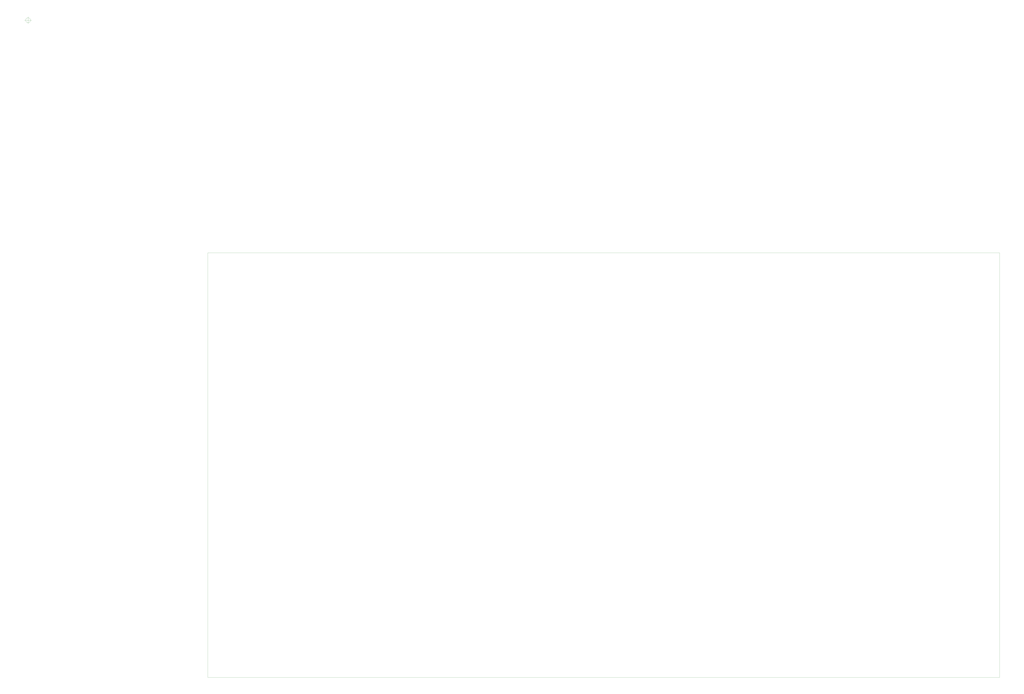
<source format=gbr>
%TF.GenerationSoftware,KiCad,Pcbnew,(5.1.10)-1*%
%TF.CreationDate,2022-04-25T14:42:15+01:00*%
%TF.ProjectId,Motherboard,4d6f7468-6572-4626-9f61-72642e6b6963,2.2*%
%TF.SameCoordinates,Original*%
%TF.FileFunction,Profile,NP*%
%FSLAX46Y46*%
G04 Gerber Fmt 4.6, Leading zero omitted, Abs format (unit mm)*
G04 Created by KiCad (PCBNEW (5.1.10)-1) date 2022-04-25 14:42:15*
%MOMM*%
%LPD*%
G01*
G04 APERTURE LIST*
%TA.AperFunction,Profile*%
%ADD10C,0.100000*%
%TD*%
G04 APERTURE END LIST*
D10*
X25400000Y-319989200D02*
X25400000Y-317500000D01*
X558800000Y-319989200D02*
X25400000Y-319989200D01*
X574040000Y-319989200D02*
X558800000Y-319989200D01*
X574040000Y-317449200D02*
X574040000Y-319989200D01*
X574040000Y-317500000D02*
X574040000Y-317347600D01*
X574040000Y-25400000D02*
X574040000Y-317449200D01*
X571500000Y-25400000D02*
X574040000Y-25400000D01*
X-97393334Y135890000D02*
G75*
G03*
X-97393334Y135890000I-1666666J0D01*
G01*
X-101560000Y135890000D02*
X-96560000Y135890000D01*
X-99060000Y138390000D02*
X-99060000Y133390000D01*
X25400000Y-317500000D02*
X25400000Y-25400000D01*
X25400000Y-25400000D02*
X571500000Y-25400000D01*
M02*

</source>
